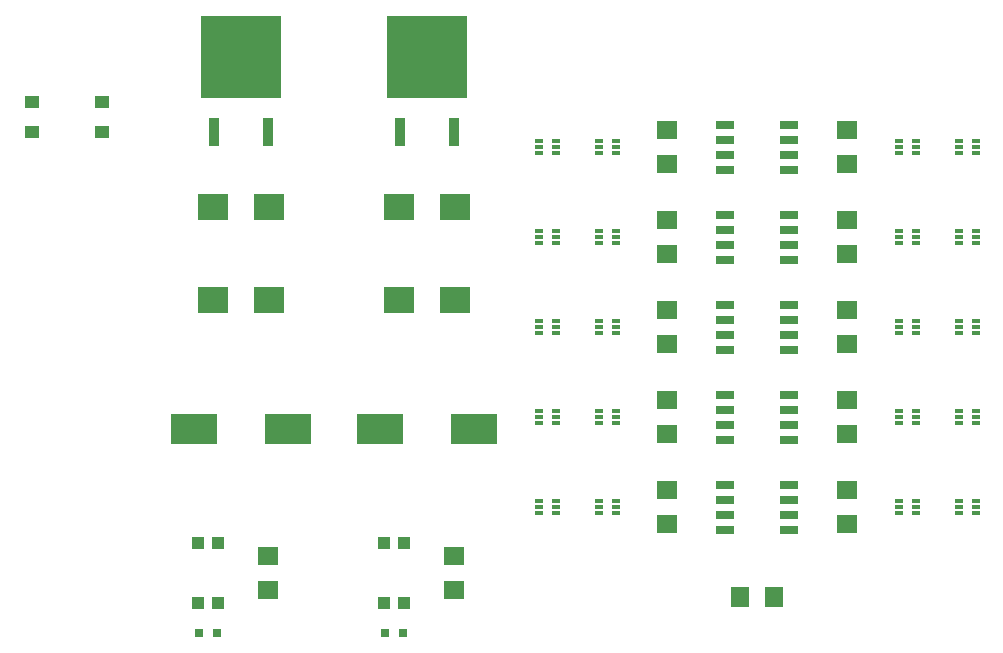
<source format=gbr>
G04 EAGLE Gerber RS-274X export*
G75*
%MOMM*%
%FSLAX34Y34*%
%LPD*%
%INSolderpaste Top*%
%IPPOS*%
%AMOC8*
5,1,8,0,0,1.08239X$1,22.5*%
G01*
%ADD10R,1.300000X1.000000*%
%ADD11R,4.000000X2.500000*%
%ADD12R,0.939800X2.489200*%
%ADD13R,6.781800X6.934200*%
%ADD14R,1.100000X1.000000*%
%ADD15R,1.803000X1.600000*%
%ADD16R,0.800000X0.800000*%
%ADD17R,2.500000X2.200000*%
%ADD18C,0.077500*%
%ADD19R,1.500000X0.650000*%
%ADD20R,1.600000X1.803000*%


D10*
X639600Y673100D03*
X639600Y698500D03*
X579600Y698500D03*
X579600Y673100D03*
D11*
X954400Y421640D03*
X874400Y421640D03*
X796920Y421640D03*
X716920Y421640D03*
D12*
X891500Y672465D03*
D13*
X914400Y736600D03*
D12*
X937300Y672465D03*
X734020Y672465D03*
D13*
X756920Y736600D03*
D12*
X779820Y672465D03*
D14*
X720480Y274320D03*
X737480Y274320D03*
X877960Y325120D03*
X894960Y325120D03*
X877960Y274320D03*
X894960Y274320D03*
D15*
X937260Y285500D03*
X937260Y313940D03*
X779780Y285500D03*
X779780Y313940D03*
D16*
X893960Y248920D03*
X878960Y248920D03*
D17*
X890900Y609600D03*
X937900Y609600D03*
X733420Y609600D03*
X780420Y609600D03*
X890900Y530860D03*
X937900Y530860D03*
X733420Y530860D03*
X780420Y530860D03*
D16*
X736480Y248920D03*
X721480Y248920D03*
D15*
X1117600Y674620D03*
X1117600Y646180D03*
D18*
X1011563Y664237D02*
X1005737Y664237D01*
X1005737Y666563D01*
X1011563Y666563D01*
X1011563Y664237D01*
X1011563Y664973D02*
X1005737Y664973D01*
X1005737Y665709D02*
X1011563Y665709D01*
X1011563Y666445D02*
X1005737Y666445D01*
X1005737Y659237D02*
X1011563Y659237D01*
X1005737Y659237D02*
X1005737Y661563D01*
X1011563Y661563D01*
X1011563Y659237D01*
X1011563Y659973D02*
X1005737Y659973D01*
X1005737Y660709D02*
X1011563Y660709D01*
X1011563Y661445D02*
X1005737Y661445D01*
X1005737Y654237D02*
X1011563Y654237D01*
X1005737Y654237D02*
X1005737Y656563D01*
X1011563Y656563D01*
X1011563Y654237D01*
X1011563Y654973D02*
X1005737Y654973D01*
X1005737Y655709D02*
X1011563Y655709D01*
X1011563Y656445D02*
X1005737Y656445D01*
X1020437Y654237D02*
X1026263Y654237D01*
X1020437Y654237D02*
X1020437Y656563D01*
X1026263Y656563D01*
X1026263Y654237D01*
X1026263Y654973D02*
X1020437Y654973D01*
X1020437Y655709D02*
X1026263Y655709D01*
X1026263Y656445D02*
X1020437Y656445D01*
X1020437Y659237D02*
X1026263Y659237D01*
X1020437Y659237D02*
X1020437Y661563D01*
X1026263Y661563D01*
X1026263Y659237D01*
X1026263Y659973D02*
X1020437Y659973D01*
X1020437Y660709D02*
X1026263Y660709D01*
X1026263Y661445D02*
X1020437Y661445D01*
X1020437Y664237D02*
X1026263Y664237D01*
X1020437Y664237D02*
X1020437Y666563D01*
X1026263Y666563D01*
X1026263Y664237D01*
X1026263Y664973D02*
X1020437Y664973D01*
X1020437Y665709D02*
X1026263Y665709D01*
X1026263Y666445D02*
X1020437Y666445D01*
X1056537Y664237D02*
X1062363Y664237D01*
X1056537Y664237D02*
X1056537Y666563D01*
X1062363Y666563D01*
X1062363Y664237D01*
X1062363Y664973D02*
X1056537Y664973D01*
X1056537Y665709D02*
X1062363Y665709D01*
X1062363Y666445D02*
X1056537Y666445D01*
X1056537Y659237D02*
X1062363Y659237D01*
X1056537Y659237D02*
X1056537Y661563D01*
X1062363Y661563D01*
X1062363Y659237D01*
X1062363Y659973D02*
X1056537Y659973D01*
X1056537Y660709D02*
X1062363Y660709D01*
X1062363Y661445D02*
X1056537Y661445D01*
X1056537Y654237D02*
X1062363Y654237D01*
X1056537Y654237D02*
X1056537Y656563D01*
X1062363Y656563D01*
X1062363Y654237D01*
X1062363Y654973D02*
X1056537Y654973D01*
X1056537Y655709D02*
X1062363Y655709D01*
X1062363Y656445D02*
X1056537Y656445D01*
X1071237Y654237D02*
X1077063Y654237D01*
X1071237Y654237D02*
X1071237Y656563D01*
X1077063Y656563D01*
X1077063Y654237D01*
X1077063Y654973D02*
X1071237Y654973D01*
X1071237Y655709D02*
X1077063Y655709D01*
X1077063Y656445D02*
X1071237Y656445D01*
X1071237Y659237D02*
X1077063Y659237D01*
X1071237Y659237D02*
X1071237Y661563D01*
X1077063Y661563D01*
X1077063Y659237D01*
X1077063Y659973D02*
X1071237Y659973D01*
X1071237Y660709D02*
X1077063Y660709D01*
X1077063Y661445D02*
X1071237Y661445D01*
X1071237Y664237D02*
X1077063Y664237D01*
X1071237Y664237D02*
X1071237Y666563D01*
X1077063Y666563D01*
X1077063Y664237D01*
X1077063Y664973D02*
X1071237Y664973D01*
X1071237Y665709D02*
X1077063Y665709D01*
X1077063Y666445D02*
X1071237Y666445D01*
D19*
X1166800Y678400D03*
X1166800Y665700D03*
X1166800Y653000D03*
X1166800Y640300D03*
X1220800Y678400D03*
X1220800Y665700D03*
X1220800Y653000D03*
X1220800Y640300D03*
D15*
X1270000Y674620D03*
X1270000Y646180D03*
D18*
X1310537Y664237D02*
X1316363Y664237D01*
X1310537Y664237D02*
X1310537Y666563D01*
X1316363Y666563D01*
X1316363Y664237D01*
X1316363Y664973D02*
X1310537Y664973D01*
X1310537Y665709D02*
X1316363Y665709D01*
X1316363Y666445D02*
X1310537Y666445D01*
X1310537Y659237D02*
X1316363Y659237D01*
X1310537Y659237D02*
X1310537Y661563D01*
X1316363Y661563D01*
X1316363Y659237D01*
X1316363Y659973D02*
X1310537Y659973D01*
X1310537Y660709D02*
X1316363Y660709D01*
X1316363Y661445D02*
X1310537Y661445D01*
X1310537Y654237D02*
X1316363Y654237D01*
X1310537Y654237D02*
X1310537Y656563D01*
X1316363Y656563D01*
X1316363Y654237D01*
X1316363Y654973D02*
X1310537Y654973D01*
X1310537Y655709D02*
X1316363Y655709D01*
X1316363Y656445D02*
X1310537Y656445D01*
X1325237Y654237D02*
X1331063Y654237D01*
X1325237Y654237D02*
X1325237Y656563D01*
X1331063Y656563D01*
X1331063Y654237D01*
X1331063Y654973D02*
X1325237Y654973D01*
X1325237Y655709D02*
X1331063Y655709D01*
X1331063Y656445D02*
X1325237Y656445D01*
X1325237Y659237D02*
X1331063Y659237D01*
X1325237Y659237D02*
X1325237Y661563D01*
X1331063Y661563D01*
X1331063Y659237D01*
X1331063Y659973D02*
X1325237Y659973D01*
X1325237Y660709D02*
X1331063Y660709D01*
X1331063Y661445D02*
X1325237Y661445D01*
X1325237Y664237D02*
X1331063Y664237D01*
X1325237Y664237D02*
X1325237Y666563D01*
X1331063Y666563D01*
X1331063Y664237D01*
X1331063Y664973D02*
X1325237Y664973D01*
X1325237Y665709D02*
X1331063Y665709D01*
X1331063Y666445D02*
X1325237Y666445D01*
X1361337Y664237D02*
X1367163Y664237D01*
X1361337Y664237D02*
X1361337Y666563D01*
X1367163Y666563D01*
X1367163Y664237D01*
X1367163Y664973D02*
X1361337Y664973D01*
X1361337Y665709D02*
X1367163Y665709D01*
X1367163Y666445D02*
X1361337Y666445D01*
X1361337Y659237D02*
X1367163Y659237D01*
X1361337Y659237D02*
X1361337Y661563D01*
X1367163Y661563D01*
X1367163Y659237D01*
X1367163Y659973D02*
X1361337Y659973D01*
X1361337Y660709D02*
X1367163Y660709D01*
X1367163Y661445D02*
X1361337Y661445D01*
X1361337Y654237D02*
X1367163Y654237D01*
X1361337Y654237D02*
X1361337Y656563D01*
X1367163Y656563D01*
X1367163Y654237D01*
X1367163Y654973D02*
X1361337Y654973D01*
X1361337Y655709D02*
X1367163Y655709D01*
X1367163Y656445D02*
X1361337Y656445D01*
X1376037Y654237D02*
X1381863Y654237D01*
X1376037Y654237D02*
X1376037Y656563D01*
X1381863Y656563D01*
X1381863Y654237D01*
X1381863Y654973D02*
X1376037Y654973D01*
X1376037Y655709D02*
X1381863Y655709D01*
X1381863Y656445D02*
X1376037Y656445D01*
X1376037Y659237D02*
X1381863Y659237D01*
X1376037Y659237D02*
X1376037Y661563D01*
X1381863Y661563D01*
X1381863Y659237D01*
X1381863Y659973D02*
X1376037Y659973D01*
X1376037Y660709D02*
X1381863Y660709D01*
X1381863Y661445D02*
X1376037Y661445D01*
X1376037Y664237D02*
X1381863Y664237D01*
X1376037Y664237D02*
X1376037Y666563D01*
X1381863Y666563D01*
X1381863Y664237D01*
X1381863Y664973D02*
X1376037Y664973D01*
X1376037Y665709D02*
X1381863Y665709D01*
X1381863Y666445D02*
X1376037Y666445D01*
D20*
X1179580Y279400D03*
X1208020Y279400D03*
D15*
X1117600Y522220D03*
X1117600Y493780D03*
D18*
X1011563Y511837D02*
X1005737Y511837D01*
X1005737Y514163D01*
X1011563Y514163D01*
X1011563Y511837D01*
X1011563Y512573D02*
X1005737Y512573D01*
X1005737Y513309D02*
X1011563Y513309D01*
X1011563Y514045D02*
X1005737Y514045D01*
X1005737Y506837D02*
X1011563Y506837D01*
X1005737Y506837D02*
X1005737Y509163D01*
X1011563Y509163D01*
X1011563Y506837D01*
X1011563Y507573D02*
X1005737Y507573D01*
X1005737Y508309D02*
X1011563Y508309D01*
X1011563Y509045D02*
X1005737Y509045D01*
X1005737Y501837D02*
X1011563Y501837D01*
X1005737Y501837D02*
X1005737Y504163D01*
X1011563Y504163D01*
X1011563Y501837D01*
X1011563Y502573D02*
X1005737Y502573D01*
X1005737Y503309D02*
X1011563Y503309D01*
X1011563Y504045D02*
X1005737Y504045D01*
X1020437Y501837D02*
X1026263Y501837D01*
X1020437Y501837D02*
X1020437Y504163D01*
X1026263Y504163D01*
X1026263Y501837D01*
X1026263Y502573D02*
X1020437Y502573D01*
X1020437Y503309D02*
X1026263Y503309D01*
X1026263Y504045D02*
X1020437Y504045D01*
X1020437Y506837D02*
X1026263Y506837D01*
X1020437Y506837D02*
X1020437Y509163D01*
X1026263Y509163D01*
X1026263Y506837D01*
X1026263Y507573D02*
X1020437Y507573D01*
X1020437Y508309D02*
X1026263Y508309D01*
X1026263Y509045D02*
X1020437Y509045D01*
X1020437Y511837D02*
X1026263Y511837D01*
X1020437Y511837D02*
X1020437Y514163D01*
X1026263Y514163D01*
X1026263Y511837D01*
X1026263Y512573D02*
X1020437Y512573D01*
X1020437Y513309D02*
X1026263Y513309D01*
X1026263Y514045D02*
X1020437Y514045D01*
X1056537Y511837D02*
X1062363Y511837D01*
X1056537Y511837D02*
X1056537Y514163D01*
X1062363Y514163D01*
X1062363Y511837D01*
X1062363Y512573D02*
X1056537Y512573D01*
X1056537Y513309D02*
X1062363Y513309D01*
X1062363Y514045D02*
X1056537Y514045D01*
X1056537Y506837D02*
X1062363Y506837D01*
X1056537Y506837D02*
X1056537Y509163D01*
X1062363Y509163D01*
X1062363Y506837D01*
X1062363Y507573D02*
X1056537Y507573D01*
X1056537Y508309D02*
X1062363Y508309D01*
X1062363Y509045D02*
X1056537Y509045D01*
X1056537Y501837D02*
X1062363Y501837D01*
X1056537Y501837D02*
X1056537Y504163D01*
X1062363Y504163D01*
X1062363Y501837D01*
X1062363Y502573D02*
X1056537Y502573D01*
X1056537Y503309D02*
X1062363Y503309D01*
X1062363Y504045D02*
X1056537Y504045D01*
X1071237Y501837D02*
X1077063Y501837D01*
X1071237Y501837D02*
X1071237Y504163D01*
X1077063Y504163D01*
X1077063Y501837D01*
X1077063Y502573D02*
X1071237Y502573D01*
X1071237Y503309D02*
X1077063Y503309D01*
X1077063Y504045D02*
X1071237Y504045D01*
X1071237Y506837D02*
X1077063Y506837D01*
X1071237Y506837D02*
X1071237Y509163D01*
X1077063Y509163D01*
X1077063Y506837D01*
X1077063Y507573D02*
X1071237Y507573D01*
X1071237Y508309D02*
X1077063Y508309D01*
X1077063Y509045D02*
X1071237Y509045D01*
X1071237Y511837D02*
X1077063Y511837D01*
X1071237Y511837D02*
X1071237Y514163D01*
X1077063Y514163D01*
X1077063Y511837D01*
X1077063Y512573D02*
X1071237Y512573D01*
X1071237Y513309D02*
X1077063Y513309D01*
X1077063Y514045D02*
X1071237Y514045D01*
D19*
X1166800Y526000D03*
X1166800Y513300D03*
X1166800Y500600D03*
X1166800Y487900D03*
X1220800Y526000D03*
X1220800Y513300D03*
X1220800Y500600D03*
X1220800Y487900D03*
D15*
X1270000Y522220D03*
X1270000Y493780D03*
D18*
X1310537Y511837D02*
X1316363Y511837D01*
X1310537Y511837D02*
X1310537Y514163D01*
X1316363Y514163D01*
X1316363Y511837D01*
X1316363Y512573D02*
X1310537Y512573D01*
X1310537Y513309D02*
X1316363Y513309D01*
X1316363Y514045D02*
X1310537Y514045D01*
X1310537Y506837D02*
X1316363Y506837D01*
X1310537Y506837D02*
X1310537Y509163D01*
X1316363Y509163D01*
X1316363Y506837D01*
X1316363Y507573D02*
X1310537Y507573D01*
X1310537Y508309D02*
X1316363Y508309D01*
X1316363Y509045D02*
X1310537Y509045D01*
X1310537Y501837D02*
X1316363Y501837D01*
X1310537Y501837D02*
X1310537Y504163D01*
X1316363Y504163D01*
X1316363Y501837D01*
X1316363Y502573D02*
X1310537Y502573D01*
X1310537Y503309D02*
X1316363Y503309D01*
X1316363Y504045D02*
X1310537Y504045D01*
X1325237Y501837D02*
X1331063Y501837D01*
X1325237Y501837D02*
X1325237Y504163D01*
X1331063Y504163D01*
X1331063Y501837D01*
X1331063Y502573D02*
X1325237Y502573D01*
X1325237Y503309D02*
X1331063Y503309D01*
X1331063Y504045D02*
X1325237Y504045D01*
X1325237Y506837D02*
X1331063Y506837D01*
X1325237Y506837D02*
X1325237Y509163D01*
X1331063Y509163D01*
X1331063Y506837D01*
X1331063Y507573D02*
X1325237Y507573D01*
X1325237Y508309D02*
X1331063Y508309D01*
X1331063Y509045D02*
X1325237Y509045D01*
X1325237Y511837D02*
X1331063Y511837D01*
X1325237Y511837D02*
X1325237Y514163D01*
X1331063Y514163D01*
X1331063Y511837D01*
X1331063Y512573D02*
X1325237Y512573D01*
X1325237Y513309D02*
X1331063Y513309D01*
X1331063Y514045D02*
X1325237Y514045D01*
X1361337Y511837D02*
X1367163Y511837D01*
X1361337Y511837D02*
X1361337Y514163D01*
X1367163Y514163D01*
X1367163Y511837D01*
X1367163Y512573D02*
X1361337Y512573D01*
X1361337Y513309D02*
X1367163Y513309D01*
X1367163Y514045D02*
X1361337Y514045D01*
X1361337Y506837D02*
X1367163Y506837D01*
X1361337Y506837D02*
X1361337Y509163D01*
X1367163Y509163D01*
X1367163Y506837D01*
X1367163Y507573D02*
X1361337Y507573D01*
X1361337Y508309D02*
X1367163Y508309D01*
X1367163Y509045D02*
X1361337Y509045D01*
X1361337Y501837D02*
X1367163Y501837D01*
X1361337Y501837D02*
X1361337Y504163D01*
X1367163Y504163D01*
X1367163Y501837D01*
X1367163Y502573D02*
X1361337Y502573D01*
X1361337Y503309D02*
X1367163Y503309D01*
X1367163Y504045D02*
X1361337Y504045D01*
X1376037Y501837D02*
X1381863Y501837D01*
X1376037Y501837D02*
X1376037Y504163D01*
X1381863Y504163D01*
X1381863Y501837D01*
X1381863Y502573D02*
X1376037Y502573D01*
X1376037Y503309D02*
X1381863Y503309D01*
X1381863Y504045D02*
X1376037Y504045D01*
X1376037Y506837D02*
X1381863Y506837D01*
X1376037Y506837D02*
X1376037Y509163D01*
X1381863Y509163D01*
X1381863Y506837D01*
X1381863Y507573D02*
X1376037Y507573D01*
X1376037Y508309D02*
X1381863Y508309D01*
X1381863Y509045D02*
X1376037Y509045D01*
X1376037Y511837D02*
X1381863Y511837D01*
X1376037Y511837D02*
X1376037Y514163D01*
X1381863Y514163D01*
X1381863Y511837D01*
X1381863Y512573D02*
X1376037Y512573D01*
X1376037Y513309D02*
X1381863Y513309D01*
X1381863Y514045D02*
X1376037Y514045D01*
D15*
X1117600Y369820D03*
X1117600Y341380D03*
D18*
X1011563Y359437D02*
X1005737Y359437D01*
X1005737Y361763D01*
X1011563Y361763D01*
X1011563Y359437D01*
X1011563Y360173D02*
X1005737Y360173D01*
X1005737Y360909D02*
X1011563Y360909D01*
X1011563Y361645D02*
X1005737Y361645D01*
X1005737Y354437D02*
X1011563Y354437D01*
X1005737Y354437D02*
X1005737Y356763D01*
X1011563Y356763D01*
X1011563Y354437D01*
X1011563Y355173D02*
X1005737Y355173D01*
X1005737Y355909D02*
X1011563Y355909D01*
X1011563Y356645D02*
X1005737Y356645D01*
X1005737Y349437D02*
X1011563Y349437D01*
X1005737Y349437D02*
X1005737Y351763D01*
X1011563Y351763D01*
X1011563Y349437D01*
X1011563Y350173D02*
X1005737Y350173D01*
X1005737Y350909D02*
X1011563Y350909D01*
X1011563Y351645D02*
X1005737Y351645D01*
X1020437Y349437D02*
X1026263Y349437D01*
X1020437Y349437D02*
X1020437Y351763D01*
X1026263Y351763D01*
X1026263Y349437D01*
X1026263Y350173D02*
X1020437Y350173D01*
X1020437Y350909D02*
X1026263Y350909D01*
X1026263Y351645D02*
X1020437Y351645D01*
X1020437Y354437D02*
X1026263Y354437D01*
X1020437Y354437D02*
X1020437Y356763D01*
X1026263Y356763D01*
X1026263Y354437D01*
X1026263Y355173D02*
X1020437Y355173D01*
X1020437Y355909D02*
X1026263Y355909D01*
X1026263Y356645D02*
X1020437Y356645D01*
X1020437Y359437D02*
X1026263Y359437D01*
X1020437Y359437D02*
X1020437Y361763D01*
X1026263Y361763D01*
X1026263Y359437D01*
X1026263Y360173D02*
X1020437Y360173D01*
X1020437Y360909D02*
X1026263Y360909D01*
X1026263Y361645D02*
X1020437Y361645D01*
X1056537Y359437D02*
X1062363Y359437D01*
X1056537Y359437D02*
X1056537Y361763D01*
X1062363Y361763D01*
X1062363Y359437D01*
X1062363Y360173D02*
X1056537Y360173D01*
X1056537Y360909D02*
X1062363Y360909D01*
X1062363Y361645D02*
X1056537Y361645D01*
X1056537Y354437D02*
X1062363Y354437D01*
X1056537Y354437D02*
X1056537Y356763D01*
X1062363Y356763D01*
X1062363Y354437D01*
X1062363Y355173D02*
X1056537Y355173D01*
X1056537Y355909D02*
X1062363Y355909D01*
X1062363Y356645D02*
X1056537Y356645D01*
X1056537Y349437D02*
X1062363Y349437D01*
X1056537Y349437D02*
X1056537Y351763D01*
X1062363Y351763D01*
X1062363Y349437D01*
X1062363Y350173D02*
X1056537Y350173D01*
X1056537Y350909D02*
X1062363Y350909D01*
X1062363Y351645D02*
X1056537Y351645D01*
X1071237Y349437D02*
X1077063Y349437D01*
X1071237Y349437D02*
X1071237Y351763D01*
X1077063Y351763D01*
X1077063Y349437D01*
X1077063Y350173D02*
X1071237Y350173D01*
X1071237Y350909D02*
X1077063Y350909D01*
X1077063Y351645D02*
X1071237Y351645D01*
X1071237Y354437D02*
X1077063Y354437D01*
X1071237Y354437D02*
X1071237Y356763D01*
X1077063Y356763D01*
X1077063Y354437D01*
X1077063Y355173D02*
X1071237Y355173D01*
X1071237Y355909D02*
X1077063Y355909D01*
X1077063Y356645D02*
X1071237Y356645D01*
X1071237Y359437D02*
X1077063Y359437D01*
X1071237Y359437D02*
X1071237Y361763D01*
X1077063Y361763D01*
X1077063Y359437D01*
X1077063Y360173D02*
X1071237Y360173D01*
X1071237Y360909D02*
X1077063Y360909D01*
X1077063Y361645D02*
X1071237Y361645D01*
D19*
X1166800Y373600D03*
X1166800Y360900D03*
X1166800Y348200D03*
X1166800Y335500D03*
X1220800Y373600D03*
X1220800Y360900D03*
X1220800Y348200D03*
X1220800Y335500D03*
D15*
X1270000Y369820D03*
X1270000Y341380D03*
D18*
X1310537Y359437D02*
X1316363Y359437D01*
X1310537Y359437D02*
X1310537Y361763D01*
X1316363Y361763D01*
X1316363Y359437D01*
X1316363Y360173D02*
X1310537Y360173D01*
X1310537Y360909D02*
X1316363Y360909D01*
X1316363Y361645D02*
X1310537Y361645D01*
X1310537Y354437D02*
X1316363Y354437D01*
X1310537Y354437D02*
X1310537Y356763D01*
X1316363Y356763D01*
X1316363Y354437D01*
X1316363Y355173D02*
X1310537Y355173D01*
X1310537Y355909D02*
X1316363Y355909D01*
X1316363Y356645D02*
X1310537Y356645D01*
X1310537Y349437D02*
X1316363Y349437D01*
X1310537Y349437D02*
X1310537Y351763D01*
X1316363Y351763D01*
X1316363Y349437D01*
X1316363Y350173D02*
X1310537Y350173D01*
X1310537Y350909D02*
X1316363Y350909D01*
X1316363Y351645D02*
X1310537Y351645D01*
X1325237Y349437D02*
X1331063Y349437D01*
X1325237Y349437D02*
X1325237Y351763D01*
X1331063Y351763D01*
X1331063Y349437D01*
X1331063Y350173D02*
X1325237Y350173D01*
X1325237Y350909D02*
X1331063Y350909D01*
X1331063Y351645D02*
X1325237Y351645D01*
X1325237Y354437D02*
X1331063Y354437D01*
X1325237Y354437D02*
X1325237Y356763D01*
X1331063Y356763D01*
X1331063Y354437D01*
X1331063Y355173D02*
X1325237Y355173D01*
X1325237Y355909D02*
X1331063Y355909D01*
X1331063Y356645D02*
X1325237Y356645D01*
X1325237Y359437D02*
X1331063Y359437D01*
X1325237Y359437D02*
X1325237Y361763D01*
X1331063Y361763D01*
X1331063Y359437D01*
X1331063Y360173D02*
X1325237Y360173D01*
X1325237Y360909D02*
X1331063Y360909D01*
X1331063Y361645D02*
X1325237Y361645D01*
X1361337Y359437D02*
X1367163Y359437D01*
X1361337Y359437D02*
X1361337Y361763D01*
X1367163Y361763D01*
X1367163Y359437D01*
X1367163Y360173D02*
X1361337Y360173D01*
X1361337Y360909D02*
X1367163Y360909D01*
X1367163Y361645D02*
X1361337Y361645D01*
X1361337Y354437D02*
X1367163Y354437D01*
X1361337Y354437D02*
X1361337Y356763D01*
X1367163Y356763D01*
X1367163Y354437D01*
X1367163Y355173D02*
X1361337Y355173D01*
X1361337Y355909D02*
X1367163Y355909D01*
X1367163Y356645D02*
X1361337Y356645D01*
X1361337Y349437D02*
X1367163Y349437D01*
X1361337Y349437D02*
X1361337Y351763D01*
X1367163Y351763D01*
X1367163Y349437D01*
X1367163Y350173D02*
X1361337Y350173D01*
X1361337Y350909D02*
X1367163Y350909D01*
X1367163Y351645D02*
X1361337Y351645D01*
X1376037Y349437D02*
X1381863Y349437D01*
X1376037Y349437D02*
X1376037Y351763D01*
X1381863Y351763D01*
X1381863Y349437D01*
X1381863Y350173D02*
X1376037Y350173D01*
X1376037Y350909D02*
X1381863Y350909D01*
X1381863Y351645D02*
X1376037Y351645D01*
X1376037Y354437D02*
X1381863Y354437D01*
X1376037Y354437D02*
X1376037Y356763D01*
X1381863Y356763D01*
X1381863Y354437D01*
X1381863Y355173D02*
X1376037Y355173D01*
X1376037Y355909D02*
X1381863Y355909D01*
X1381863Y356645D02*
X1376037Y356645D01*
X1376037Y359437D02*
X1381863Y359437D01*
X1376037Y359437D02*
X1376037Y361763D01*
X1381863Y361763D01*
X1381863Y359437D01*
X1381863Y360173D02*
X1376037Y360173D01*
X1376037Y360909D02*
X1381863Y360909D01*
X1381863Y361645D02*
X1376037Y361645D01*
D15*
X1117600Y598420D03*
X1117600Y569980D03*
D18*
X1011563Y588037D02*
X1005737Y588037D01*
X1005737Y590363D01*
X1011563Y590363D01*
X1011563Y588037D01*
X1011563Y588773D02*
X1005737Y588773D01*
X1005737Y589509D02*
X1011563Y589509D01*
X1011563Y590245D02*
X1005737Y590245D01*
X1005737Y583037D02*
X1011563Y583037D01*
X1005737Y583037D02*
X1005737Y585363D01*
X1011563Y585363D01*
X1011563Y583037D01*
X1011563Y583773D02*
X1005737Y583773D01*
X1005737Y584509D02*
X1011563Y584509D01*
X1011563Y585245D02*
X1005737Y585245D01*
X1005737Y578037D02*
X1011563Y578037D01*
X1005737Y578037D02*
X1005737Y580363D01*
X1011563Y580363D01*
X1011563Y578037D01*
X1011563Y578773D02*
X1005737Y578773D01*
X1005737Y579509D02*
X1011563Y579509D01*
X1011563Y580245D02*
X1005737Y580245D01*
X1020437Y578037D02*
X1026263Y578037D01*
X1020437Y578037D02*
X1020437Y580363D01*
X1026263Y580363D01*
X1026263Y578037D01*
X1026263Y578773D02*
X1020437Y578773D01*
X1020437Y579509D02*
X1026263Y579509D01*
X1026263Y580245D02*
X1020437Y580245D01*
X1020437Y583037D02*
X1026263Y583037D01*
X1020437Y583037D02*
X1020437Y585363D01*
X1026263Y585363D01*
X1026263Y583037D01*
X1026263Y583773D02*
X1020437Y583773D01*
X1020437Y584509D02*
X1026263Y584509D01*
X1026263Y585245D02*
X1020437Y585245D01*
X1020437Y588037D02*
X1026263Y588037D01*
X1020437Y588037D02*
X1020437Y590363D01*
X1026263Y590363D01*
X1026263Y588037D01*
X1026263Y588773D02*
X1020437Y588773D01*
X1020437Y589509D02*
X1026263Y589509D01*
X1026263Y590245D02*
X1020437Y590245D01*
X1056537Y588037D02*
X1062363Y588037D01*
X1056537Y588037D02*
X1056537Y590363D01*
X1062363Y590363D01*
X1062363Y588037D01*
X1062363Y588773D02*
X1056537Y588773D01*
X1056537Y589509D02*
X1062363Y589509D01*
X1062363Y590245D02*
X1056537Y590245D01*
X1056537Y583037D02*
X1062363Y583037D01*
X1056537Y583037D02*
X1056537Y585363D01*
X1062363Y585363D01*
X1062363Y583037D01*
X1062363Y583773D02*
X1056537Y583773D01*
X1056537Y584509D02*
X1062363Y584509D01*
X1062363Y585245D02*
X1056537Y585245D01*
X1056537Y578037D02*
X1062363Y578037D01*
X1056537Y578037D02*
X1056537Y580363D01*
X1062363Y580363D01*
X1062363Y578037D01*
X1062363Y578773D02*
X1056537Y578773D01*
X1056537Y579509D02*
X1062363Y579509D01*
X1062363Y580245D02*
X1056537Y580245D01*
X1071237Y578037D02*
X1077063Y578037D01*
X1071237Y578037D02*
X1071237Y580363D01*
X1077063Y580363D01*
X1077063Y578037D01*
X1077063Y578773D02*
X1071237Y578773D01*
X1071237Y579509D02*
X1077063Y579509D01*
X1077063Y580245D02*
X1071237Y580245D01*
X1071237Y583037D02*
X1077063Y583037D01*
X1071237Y583037D02*
X1071237Y585363D01*
X1077063Y585363D01*
X1077063Y583037D01*
X1077063Y583773D02*
X1071237Y583773D01*
X1071237Y584509D02*
X1077063Y584509D01*
X1077063Y585245D02*
X1071237Y585245D01*
X1071237Y588037D02*
X1077063Y588037D01*
X1071237Y588037D02*
X1071237Y590363D01*
X1077063Y590363D01*
X1077063Y588037D01*
X1077063Y588773D02*
X1071237Y588773D01*
X1071237Y589509D02*
X1077063Y589509D01*
X1077063Y590245D02*
X1071237Y590245D01*
D19*
X1166800Y602200D03*
X1166800Y589500D03*
X1166800Y576800D03*
X1166800Y564100D03*
X1220800Y602200D03*
X1220800Y589500D03*
X1220800Y576800D03*
X1220800Y564100D03*
D15*
X1270000Y598420D03*
X1270000Y569980D03*
D18*
X1310537Y588037D02*
X1316363Y588037D01*
X1310537Y588037D02*
X1310537Y590363D01*
X1316363Y590363D01*
X1316363Y588037D01*
X1316363Y588773D02*
X1310537Y588773D01*
X1310537Y589509D02*
X1316363Y589509D01*
X1316363Y590245D02*
X1310537Y590245D01*
X1310537Y583037D02*
X1316363Y583037D01*
X1310537Y583037D02*
X1310537Y585363D01*
X1316363Y585363D01*
X1316363Y583037D01*
X1316363Y583773D02*
X1310537Y583773D01*
X1310537Y584509D02*
X1316363Y584509D01*
X1316363Y585245D02*
X1310537Y585245D01*
X1310537Y578037D02*
X1316363Y578037D01*
X1310537Y578037D02*
X1310537Y580363D01*
X1316363Y580363D01*
X1316363Y578037D01*
X1316363Y578773D02*
X1310537Y578773D01*
X1310537Y579509D02*
X1316363Y579509D01*
X1316363Y580245D02*
X1310537Y580245D01*
X1325237Y578037D02*
X1331063Y578037D01*
X1325237Y578037D02*
X1325237Y580363D01*
X1331063Y580363D01*
X1331063Y578037D01*
X1331063Y578773D02*
X1325237Y578773D01*
X1325237Y579509D02*
X1331063Y579509D01*
X1331063Y580245D02*
X1325237Y580245D01*
X1325237Y583037D02*
X1331063Y583037D01*
X1325237Y583037D02*
X1325237Y585363D01*
X1331063Y585363D01*
X1331063Y583037D01*
X1331063Y583773D02*
X1325237Y583773D01*
X1325237Y584509D02*
X1331063Y584509D01*
X1331063Y585245D02*
X1325237Y585245D01*
X1325237Y588037D02*
X1331063Y588037D01*
X1325237Y588037D02*
X1325237Y590363D01*
X1331063Y590363D01*
X1331063Y588037D01*
X1331063Y588773D02*
X1325237Y588773D01*
X1325237Y589509D02*
X1331063Y589509D01*
X1331063Y590245D02*
X1325237Y590245D01*
X1361337Y588037D02*
X1367163Y588037D01*
X1361337Y588037D02*
X1361337Y590363D01*
X1367163Y590363D01*
X1367163Y588037D01*
X1367163Y588773D02*
X1361337Y588773D01*
X1361337Y589509D02*
X1367163Y589509D01*
X1367163Y590245D02*
X1361337Y590245D01*
X1361337Y583037D02*
X1367163Y583037D01*
X1361337Y583037D02*
X1361337Y585363D01*
X1367163Y585363D01*
X1367163Y583037D01*
X1367163Y583773D02*
X1361337Y583773D01*
X1361337Y584509D02*
X1367163Y584509D01*
X1367163Y585245D02*
X1361337Y585245D01*
X1361337Y578037D02*
X1367163Y578037D01*
X1361337Y578037D02*
X1361337Y580363D01*
X1367163Y580363D01*
X1367163Y578037D01*
X1367163Y578773D02*
X1361337Y578773D01*
X1361337Y579509D02*
X1367163Y579509D01*
X1367163Y580245D02*
X1361337Y580245D01*
X1376037Y578037D02*
X1381863Y578037D01*
X1376037Y578037D02*
X1376037Y580363D01*
X1381863Y580363D01*
X1381863Y578037D01*
X1381863Y578773D02*
X1376037Y578773D01*
X1376037Y579509D02*
X1381863Y579509D01*
X1381863Y580245D02*
X1376037Y580245D01*
X1376037Y583037D02*
X1381863Y583037D01*
X1376037Y583037D02*
X1376037Y585363D01*
X1381863Y585363D01*
X1381863Y583037D01*
X1381863Y583773D02*
X1376037Y583773D01*
X1376037Y584509D02*
X1381863Y584509D01*
X1381863Y585245D02*
X1376037Y585245D01*
X1376037Y588037D02*
X1381863Y588037D01*
X1376037Y588037D02*
X1376037Y590363D01*
X1381863Y590363D01*
X1381863Y588037D01*
X1381863Y588773D02*
X1376037Y588773D01*
X1376037Y589509D02*
X1381863Y589509D01*
X1381863Y590245D02*
X1376037Y590245D01*
D15*
X1117600Y446020D03*
X1117600Y417580D03*
D18*
X1011563Y435637D02*
X1005737Y435637D01*
X1005737Y437963D01*
X1011563Y437963D01*
X1011563Y435637D01*
X1011563Y436373D02*
X1005737Y436373D01*
X1005737Y437109D02*
X1011563Y437109D01*
X1011563Y437845D02*
X1005737Y437845D01*
X1005737Y430637D02*
X1011563Y430637D01*
X1005737Y430637D02*
X1005737Y432963D01*
X1011563Y432963D01*
X1011563Y430637D01*
X1011563Y431373D02*
X1005737Y431373D01*
X1005737Y432109D02*
X1011563Y432109D01*
X1011563Y432845D02*
X1005737Y432845D01*
X1005737Y425637D02*
X1011563Y425637D01*
X1005737Y425637D02*
X1005737Y427963D01*
X1011563Y427963D01*
X1011563Y425637D01*
X1011563Y426373D02*
X1005737Y426373D01*
X1005737Y427109D02*
X1011563Y427109D01*
X1011563Y427845D02*
X1005737Y427845D01*
X1020437Y425637D02*
X1026263Y425637D01*
X1020437Y425637D02*
X1020437Y427963D01*
X1026263Y427963D01*
X1026263Y425637D01*
X1026263Y426373D02*
X1020437Y426373D01*
X1020437Y427109D02*
X1026263Y427109D01*
X1026263Y427845D02*
X1020437Y427845D01*
X1020437Y430637D02*
X1026263Y430637D01*
X1020437Y430637D02*
X1020437Y432963D01*
X1026263Y432963D01*
X1026263Y430637D01*
X1026263Y431373D02*
X1020437Y431373D01*
X1020437Y432109D02*
X1026263Y432109D01*
X1026263Y432845D02*
X1020437Y432845D01*
X1020437Y435637D02*
X1026263Y435637D01*
X1020437Y435637D02*
X1020437Y437963D01*
X1026263Y437963D01*
X1026263Y435637D01*
X1026263Y436373D02*
X1020437Y436373D01*
X1020437Y437109D02*
X1026263Y437109D01*
X1026263Y437845D02*
X1020437Y437845D01*
X1056537Y435637D02*
X1062363Y435637D01*
X1056537Y435637D02*
X1056537Y437963D01*
X1062363Y437963D01*
X1062363Y435637D01*
X1062363Y436373D02*
X1056537Y436373D01*
X1056537Y437109D02*
X1062363Y437109D01*
X1062363Y437845D02*
X1056537Y437845D01*
X1056537Y430637D02*
X1062363Y430637D01*
X1056537Y430637D02*
X1056537Y432963D01*
X1062363Y432963D01*
X1062363Y430637D01*
X1062363Y431373D02*
X1056537Y431373D01*
X1056537Y432109D02*
X1062363Y432109D01*
X1062363Y432845D02*
X1056537Y432845D01*
X1056537Y425637D02*
X1062363Y425637D01*
X1056537Y425637D02*
X1056537Y427963D01*
X1062363Y427963D01*
X1062363Y425637D01*
X1062363Y426373D02*
X1056537Y426373D01*
X1056537Y427109D02*
X1062363Y427109D01*
X1062363Y427845D02*
X1056537Y427845D01*
X1071237Y425637D02*
X1077063Y425637D01*
X1071237Y425637D02*
X1071237Y427963D01*
X1077063Y427963D01*
X1077063Y425637D01*
X1077063Y426373D02*
X1071237Y426373D01*
X1071237Y427109D02*
X1077063Y427109D01*
X1077063Y427845D02*
X1071237Y427845D01*
X1071237Y430637D02*
X1077063Y430637D01*
X1071237Y430637D02*
X1071237Y432963D01*
X1077063Y432963D01*
X1077063Y430637D01*
X1077063Y431373D02*
X1071237Y431373D01*
X1071237Y432109D02*
X1077063Y432109D01*
X1077063Y432845D02*
X1071237Y432845D01*
X1071237Y435637D02*
X1077063Y435637D01*
X1071237Y435637D02*
X1071237Y437963D01*
X1077063Y437963D01*
X1077063Y435637D01*
X1077063Y436373D02*
X1071237Y436373D01*
X1071237Y437109D02*
X1077063Y437109D01*
X1077063Y437845D02*
X1071237Y437845D01*
D19*
X1166800Y449800D03*
X1166800Y437100D03*
X1166800Y424400D03*
X1166800Y411700D03*
X1220800Y449800D03*
X1220800Y437100D03*
X1220800Y424400D03*
X1220800Y411700D03*
D15*
X1270000Y446020D03*
X1270000Y417580D03*
D18*
X1310537Y435637D02*
X1316363Y435637D01*
X1310537Y435637D02*
X1310537Y437963D01*
X1316363Y437963D01*
X1316363Y435637D01*
X1316363Y436373D02*
X1310537Y436373D01*
X1310537Y437109D02*
X1316363Y437109D01*
X1316363Y437845D02*
X1310537Y437845D01*
X1310537Y430637D02*
X1316363Y430637D01*
X1310537Y430637D02*
X1310537Y432963D01*
X1316363Y432963D01*
X1316363Y430637D01*
X1316363Y431373D02*
X1310537Y431373D01*
X1310537Y432109D02*
X1316363Y432109D01*
X1316363Y432845D02*
X1310537Y432845D01*
X1310537Y425637D02*
X1316363Y425637D01*
X1310537Y425637D02*
X1310537Y427963D01*
X1316363Y427963D01*
X1316363Y425637D01*
X1316363Y426373D02*
X1310537Y426373D01*
X1310537Y427109D02*
X1316363Y427109D01*
X1316363Y427845D02*
X1310537Y427845D01*
X1325237Y425637D02*
X1331063Y425637D01*
X1325237Y425637D02*
X1325237Y427963D01*
X1331063Y427963D01*
X1331063Y425637D01*
X1331063Y426373D02*
X1325237Y426373D01*
X1325237Y427109D02*
X1331063Y427109D01*
X1331063Y427845D02*
X1325237Y427845D01*
X1325237Y430637D02*
X1331063Y430637D01*
X1325237Y430637D02*
X1325237Y432963D01*
X1331063Y432963D01*
X1331063Y430637D01*
X1331063Y431373D02*
X1325237Y431373D01*
X1325237Y432109D02*
X1331063Y432109D01*
X1331063Y432845D02*
X1325237Y432845D01*
X1325237Y435637D02*
X1331063Y435637D01*
X1325237Y435637D02*
X1325237Y437963D01*
X1331063Y437963D01*
X1331063Y435637D01*
X1331063Y436373D02*
X1325237Y436373D01*
X1325237Y437109D02*
X1331063Y437109D01*
X1331063Y437845D02*
X1325237Y437845D01*
X1361337Y435637D02*
X1367163Y435637D01*
X1361337Y435637D02*
X1361337Y437963D01*
X1367163Y437963D01*
X1367163Y435637D01*
X1367163Y436373D02*
X1361337Y436373D01*
X1361337Y437109D02*
X1367163Y437109D01*
X1367163Y437845D02*
X1361337Y437845D01*
X1361337Y430637D02*
X1367163Y430637D01*
X1361337Y430637D02*
X1361337Y432963D01*
X1367163Y432963D01*
X1367163Y430637D01*
X1367163Y431373D02*
X1361337Y431373D01*
X1361337Y432109D02*
X1367163Y432109D01*
X1367163Y432845D02*
X1361337Y432845D01*
X1361337Y425637D02*
X1367163Y425637D01*
X1361337Y425637D02*
X1361337Y427963D01*
X1367163Y427963D01*
X1367163Y425637D01*
X1367163Y426373D02*
X1361337Y426373D01*
X1361337Y427109D02*
X1367163Y427109D01*
X1367163Y427845D02*
X1361337Y427845D01*
X1376037Y425637D02*
X1381863Y425637D01*
X1376037Y425637D02*
X1376037Y427963D01*
X1381863Y427963D01*
X1381863Y425637D01*
X1381863Y426373D02*
X1376037Y426373D01*
X1376037Y427109D02*
X1381863Y427109D01*
X1381863Y427845D02*
X1376037Y427845D01*
X1376037Y430637D02*
X1381863Y430637D01*
X1376037Y430637D02*
X1376037Y432963D01*
X1381863Y432963D01*
X1381863Y430637D01*
X1381863Y431373D02*
X1376037Y431373D01*
X1376037Y432109D02*
X1381863Y432109D01*
X1381863Y432845D02*
X1376037Y432845D01*
X1376037Y435637D02*
X1381863Y435637D01*
X1376037Y435637D02*
X1376037Y437963D01*
X1381863Y437963D01*
X1381863Y435637D01*
X1381863Y436373D02*
X1376037Y436373D01*
X1376037Y437109D02*
X1381863Y437109D01*
X1381863Y437845D02*
X1376037Y437845D01*
D14*
X720480Y325120D03*
X737480Y325120D03*
M02*

</source>
